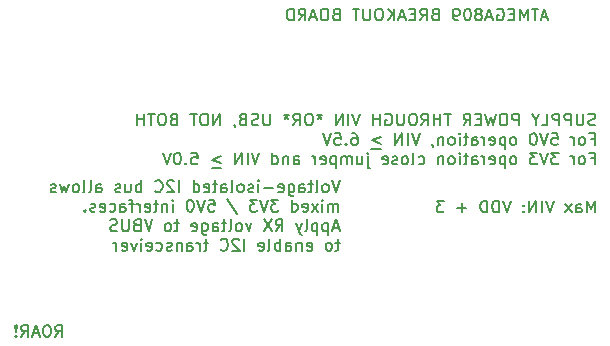
<source format=gbo>
%TF.GenerationSoftware,KiCad,Pcbnew,(5.1.12)-1*%
%TF.CreationDate,2022-04-21T18:08:35-07:00*%
%TF.ProjectId,ATMega809 Breakout,41544d65-6761-4383-9039-20427265616b,rev?*%
%TF.SameCoordinates,Original*%
%TF.FileFunction,Legend,Bot*%
%TF.FilePolarity,Positive*%
%FSLAX46Y46*%
G04 Gerber Fmt 4.6, Leading zero omitted, Abs format (unit mm)*
G04 Created by KiCad (PCBNEW (5.1.12)-1) date 2022-04-21 18:08:35*
%MOMM*%
%LPD*%
G01*
G04 APERTURE LIST*
%ADD10C,0.150000*%
%ADD11O,1.700000X1.700000*%
%ADD12R,1.700000X1.700000*%
%ADD13C,3.800000*%
G04 APERTURE END LIST*
D10*
X154096404Y-55189380D02*
X154096404Y-54189380D01*
X153763071Y-54903666D01*
X153429738Y-54189380D01*
X153429738Y-55189380D01*
X152524976Y-55189380D02*
X152524976Y-54665571D01*
X152572595Y-54570333D01*
X152667833Y-54522714D01*
X152858309Y-54522714D01*
X152953547Y-54570333D01*
X152524976Y-55141761D02*
X152620214Y-55189380D01*
X152858309Y-55189380D01*
X152953547Y-55141761D01*
X153001166Y-55046523D01*
X153001166Y-54951285D01*
X152953547Y-54856047D01*
X152858309Y-54808428D01*
X152620214Y-54808428D01*
X152524976Y-54760809D01*
X152144023Y-55189380D02*
X151620214Y-54522714D01*
X152144023Y-54522714D02*
X151620214Y-55189380D01*
X150620214Y-54189380D02*
X150286880Y-55189380D01*
X149953547Y-54189380D01*
X149620214Y-55189380D02*
X149620214Y-54189380D01*
X149144023Y-55189380D02*
X149144023Y-54189380D01*
X148572595Y-55189380D01*
X148572595Y-54189380D01*
X148096404Y-55094142D02*
X148048785Y-55141761D01*
X148096404Y-55189380D01*
X148144023Y-55141761D01*
X148096404Y-55094142D01*
X148096404Y-55189380D01*
X148096404Y-54570333D02*
X148048785Y-54617952D01*
X148096404Y-54665571D01*
X148144023Y-54617952D01*
X148096404Y-54570333D01*
X148096404Y-54665571D01*
X147001166Y-54189380D02*
X146667833Y-55189380D01*
X146334500Y-54189380D01*
X146001166Y-55189380D02*
X146001166Y-54189380D01*
X145763071Y-54189380D01*
X145620214Y-54237000D01*
X145524976Y-54332238D01*
X145477357Y-54427476D01*
X145429738Y-54617952D01*
X145429738Y-54760809D01*
X145477357Y-54951285D01*
X145524976Y-55046523D01*
X145620214Y-55141761D01*
X145763071Y-55189380D01*
X146001166Y-55189380D01*
X145001166Y-55189380D02*
X145001166Y-54189380D01*
X144763071Y-54189380D01*
X144620214Y-54237000D01*
X144524976Y-54332238D01*
X144477357Y-54427476D01*
X144429738Y-54617952D01*
X144429738Y-54760809D01*
X144477357Y-54951285D01*
X144524976Y-55046523D01*
X144620214Y-55141761D01*
X144763071Y-55189380D01*
X145001166Y-55189380D01*
X143239261Y-54808428D02*
X142477357Y-54808428D01*
X142858309Y-55189380D02*
X142858309Y-54427476D01*
X141334500Y-54189380D02*
X140715452Y-54189380D01*
X141048785Y-54570333D01*
X140905928Y-54570333D01*
X140810690Y-54617952D01*
X140763071Y-54665571D01*
X140715452Y-54760809D01*
X140715452Y-54998904D01*
X140763071Y-55094142D01*
X140810690Y-55141761D01*
X140905928Y-55189380D01*
X141191642Y-55189380D01*
X141286880Y-55141761D01*
X141334500Y-55094142D01*
X108441952Y-65730380D02*
X108775285Y-65254190D01*
X109013380Y-65730380D02*
X109013380Y-64730380D01*
X108632428Y-64730380D01*
X108537190Y-64778000D01*
X108489571Y-64825619D01*
X108441952Y-64920857D01*
X108441952Y-65063714D01*
X108489571Y-65158952D01*
X108537190Y-65206571D01*
X108632428Y-65254190D01*
X109013380Y-65254190D01*
X107822904Y-64730380D02*
X107632428Y-64730380D01*
X107537190Y-64778000D01*
X107441952Y-64873238D01*
X107394333Y-65063714D01*
X107394333Y-65397047D01*
X107441952Y-65587523D01*
X107537190Y-65682761D01*
X107632428Y-65730380D01*
X107822904Y-65730380D01*
X107918142Y-65682761D01*
X108013380Y-65587523D01*
X108061000Y-65397047D01*
X108061000Y-65063714D01*
X108013380Y-64873238D01*
X107918142Y-64778000D01*
X107822904Y-64730380D01*
X107013380Y-65444666D02*
X106537190Y-65444666D01*
X107108619Y-65730380D02*
X106775285Y-64730380D01*
X106441952Y-65730380D01*
X105537190Y-65730380D02*
X105870523Y-65254190D01*
X106108619Y-65730380D02*
X106108619Y-64730380D01*
X105727666Y-64730380D01*
X105632428Y-64778000D01*
X105584809Y-64825619D01*
X105537190Y-64920857D01*
X105537190Y-65063714D01*
X105584809Y-65158952D01*
X105632428Y-65206571D01*
X105727666Y-65254190D01*
X106108619Y-65254190D01*
X105108619Y-65635142D02*
X105061000Y-65682761D01*
X105108619Y-65730380D01*
X105156238Y-65682761D01*
X105108619Y-65635142D01*
X105108619Y-65730380D01*
X105108619Y-65349428D02*
X105156238Y-64778000D01*
X105108619Y-64730380D01*
X105061000Y-64778000D01*
X105108619Y-65349428D01*
X105108619Y-64730380D01*
X132522261Y-52476380D02*
X132188928Y-53476380D01*
X131855595Y-52476380D01*
X131379404Y-53476380D02*
X131474642Y-53428761D01*
X131522261Y-53381142D01*
X131569880Y-53285904D01*
X131569880Y-53000190D01*
X131522261Y-52904952D01*
X131474642Y-52857333D01*
X131379404Y-52809714D01*
X131236547Y-52809714D01*
X131141309Y-52857333D01*
X131093690Y-52904952D01*
X131046071Y-53000190D01*
X131046071Y-53285904D01*
X131093690Y-53381142D01*
X131141309Y-53428761D01*
X131236547Y-53476380D01*
X131379404Y-53476380D01*
X130474642Y-53476380D02*
X130569880Y-53428761D01*
X130617500Y-53333523D01*
X130617500Y-52476380D01*
X130236547Y-52809714D02*
X129855595Y-52809714D01*
X130093690Y-52476380D02*
X130093690Y-53333523D01*
X130046071Y-53428761D01*
X129950833Y-53476380D01*
X129855595Y-53476380D01*
X129093690Y-53476380D02*
X129093690Y-52952571D01*
X129141309Y-52857333D01*
X129236547Y-52809714D01*
X129427023Y-52809714D01*
X129522261Y-52857333D01*
X129093690Y-53428761D02*
X129188928Y-53476380D01*
X129427023Y-53476380D01*
X129522261Y-53428761D01*
X129569880Y-53333523D01*
X129569880Y-53238285D01*
X129522261Y-53143047D01*
X129427023Y-53095428D01*
X129188928Y-53095428D01*
X129093690Y-53047809D01*
X128188928Y-52809714D02*
X128188928Y-53619238D01*
X128236547Y-53714476D01*
X128284166Y-53762095D01*
X128379404Y-53809714D01*
X128522261Y-53809714D01*
X128617500Y-53762095D01*
X128188928Y-53428761D02*
X128284166Y-53476380D01*
X128474642Y-53476380D01*
X128569880Y-53428761D01*
X128617500Y-53381142D01*
X128665119Y-53285904D01*
X128665119Y-53000190D01*
X128617500Y-52904952D01*
X128569880Y-52857333D01*
X128474642Y-52809714D01*
X128284166Y-52809714D01*
X128188928Y-52857333D01*
X127331785Y-53428761D02*
X127427023Y-53476380D01*
X127617500Y-53476380D01*
X127712738Y-53428761D01*
X127760357Y-53333523D01*
X127760357Y-52952571D01*
X127712738Y-52857333D01*
X127617500Y-52809714D01*
X127427023Y-52809714D01*
X127331785Y-52857333D01*
X127284166Y-52952571D01*
X127284166Y-53047809D01*
X127760357Y-53143047D01*
X126855595Y-53095428D02*
X126093690Y-53095428D01*
X125617500Y-53476380D02*
X125617500Y-52809714D01*
X125617500Y-52476380D02*
X125665119Y-52524000D01*
X125617500Y-52571619D01*
X125569880Y-52524000D01*
X125617500Y-52476380D01*
X125617500Y-52571619D01*
X125188928Y-53428761D02*
X125093690Y-53476380D01*
X124903214Y-53476380D01*
X124807976Y-53428761D01*
X124760357Y-53333523D01*
X124760357Y-53285904D01*
X124807976Y-53190666D01*
X124903214Y-53143047D01*
X125046071Y-53143047D01*
X125141309Y-53095428D01*
X125188928Y-53000190D01*
X125188928Y-52952571D01*
X125141309Y-52857333D01*
X125046071Y-52809714D01*
X124903214Y-52809714D01*
X124807976Y-52857333D01*
X124188928Y-53476380D02*
X124284166Y-53428761D01*
X124331785Y-53381142D01*
X124379404Y-53285904D01*
X124379404Y-53000190D01*
X124331785Y-52904952D01*
X124284166Y-52857333D01*
X124188928Y-52809714D01*
X124046071Y-52809714D01*
X123950833Y-52857333D01*
X123903214Y-52904952D01*
X123855595Y-53000190D01*
X123855595Y-53285904D01*
X123903214Y-53381142D01*
X123950833Y-53428761D01*
X124046071Y-53476380D01*
X124188928Y-53476380D01*
X123284166Y-53476380D02*
X123379404Y-53428761D01*
X123427023Y-53333523D01*
X123427023Y-52476380D01*
X122474642Y-53476380D02*
X122474642Y-52952571D01*
X122522261Y-52857333D01*
X122617500Y-52809714D01*
X122807976Y-52809714D01*
X122903214Y-52857333D01*
X122474642Y-53428761D02*
X122569880Y-53476380D01*
X122807976Y-53476380D01*
X122903214Y-53428761D01*
X122950833Y-53333523D01*
X122950833Y-53238285D01*
X122903214Y-53143047D01*
X122807976Y-53095428D01*
X122569880Y-53095428D01*
X122474642Y-53047809D01*
X122141309Y-52809714D02*
X121760357Y-52809714D01*
X121998452Y-52476380D02*
X121998452Y-53333523D01*
X121950833Y-53428761D01*
X121855595Y-53476380D01*
X121760357Y-53476380D01*
X121046071Y-53428761D02*
X121141309Y-53476380D01*
X121331785Y-53476380D01*
X121427023Y-53428761D01*
X121474642Y-53333523D01*
X121474642Y-52952571D01*
X121427023Y-52857333D01*
X121331785Y-52809714D01*
X121141309Y-52809714D01*
X121046071Y-52857333D01*
X120998452Y-52952571D01*
X120998452Y-53047809D01*
X121474642Y-53143047D01*
X120141309Y-53476380D02*
X120141309Y-52476380D01*
X120141309Y-53428761D02*
X120236547Y-53476380D01*
X120427023Y-53476380D01*
X120522261Y-53428761D01*
X120569880Y-53381142D01*
X120617500Y-53285904D01*
X120617500Y-53000190D01*
X120569880Y-52904952D01*
X120522261Y-52857333D01*
X120427023Y-52809714D01*
X120236547Y-52809714D01*
X120141309Y-52857333D01*
X118903214Y-53476380D02*
X118903214Y-52476380D01*
X118474642Y-52571619D02*
X118427023Y-52524000D01*
X118331785Y-52476380D01*
X118093690Y-52476380D01*
X117998452Y-52524000D01*
X117950833Y-52571619D01*
X117903214Y-52666857D01*
X117903214Y-52762095D01*
X117950833Y-52904952D01*
X118522261Y-53476380D01*
X117903214Y-53476380D01*
X116903214Y-53381142D02*
X116950833Y-53428761D01*
X117093690Y-53476380D01*
X117188928Y-53476380D01*
X117331785Y-53428761D01*
X117427023Y-53333523D01*
X117474642Y-53238285D01*
X117522261Y-53047809D01*
X117522261Y-52904952D01*
X117474642Y-52714476D01*
X117427023Y-52619238D01*
X117331785Y-52524000D01*
X117188928Y-52476380D01*
X117093690Y-52476380D01*
X116950833Y-52524000D01*
X116903214Y-52571619D01*
X115712738Y-53476380D02*
X115712738Y-52476380D01*
X115712738Y-52857333D02*
X115617500Y-52809714D01*
X115427023Y-52809714D01*
X115331785Y-52857333D01*
X115284166Y-52904952D01*
X115236547Y-53000190D01*
X115236547Y-53285904D01*
X115284166Y-53381142D01*
X115331785Y-53428761D01*
X115427023Y-53476380D01*
X115617500Y-53476380D01*
X115712738Y-53428761D01*
X114379404Y-52809714D02*
X114379404Y-53476380D01*
X114807976Y-52809714D02*
X114807976Y-53333523D01*
X114760357Y-53428761D01*
X114665119Y-53476380D01*
X114522261Y-53476380D01*
X114427023Y-53428761D01*
X114379404Y-53381142D01*
X113950833Y-53428761D02*
X113855595Y-53476380D01*
X113665119Y-53476380D01*
X113569880Y-53428761D01*
X113522261Y-53333523D01*
X113522261Y-53285904D01*
X113569880Y-53190666D01*
X113665119Y-53143047D01*
X113807976Y-53143047D01*
X113903214Y-53095428D01*
X113950833Y-53000190D01*
X113950833Y-52952571D01*
X113903214Y-52857333D01*
X113807976Y-52809714D01*
X113665119Y-52809714D01*
X113569880Y-52857333D01*
X111903214Y-53476380D02*
X111903214Y-52952571D01*
X111950833Y-52857333D01*
X112046071Y-52809714D01*
X112236547Y-52809714D01*
X112331785Y-52857333D01*
X111903214Y-53428761D02*
X111998452Y-53476380D01*
X112236547Y-53476380D01*
X112331785Y-53428761D01*
X112379404Y-53333523D01*
X112379404Y-53238285D01*
X112331785Y-53143047D01*
X112236547Y-53095428D01*
X111998452Y-53095428D01*
X111903214Y-53047809D01*
X111284166Y-53476380D02*
X111379404Y-53428761D01*
X111427023Y-53333523D01*
X111427023Y-52476380D01*
X110760357Y-53476380D02*
X110855595Y-53428761D01*
X110903214Y-53333523D01*
X110903214Y-52476380D01*
X110236547Y-53476380D02*
X110331785Y-53428761D01*
X110379404Y-53381142D01*
X110427023Y-53285904D01*
X110427023Y-53000190D01*
X110379404Y-52904952D01*
X110331785Y-52857333D01*
X110236547Y-52809714D01*
X110093690Y-52809714D01*
X109998452Y-52857333D01*
X109950833Y-52904952D01*
X109903214Y-53000190D01*
X109903214Y-53285904D01*
X109950833Y-53381142D01*
X109998452Y-53428761D01*
X110093690Y-53476380D01*
X110236547Y-53476380D01*
X109569880Y-52809714D02*
X109379404Y-53476380D01*
X109188928Y-53000190D01*
X108998452Y-53476380D01*
X108807976Y-52809714D01*
X108474642Y-53428761D02*
X108379404Y-53476380D01*
X108188928Y-53476380D01*
X108093690Y-53428761D01*
X108046071Y-53333523D01*
X108046071Y-53285904D01*
X108093690Y-53190666D01*
X108188928Y-53143047D01*
X108331785Y-53143047D01*
X108427023Y-53095428D01*
X108474642Y-53000190D01*
X108474642Y-52952571D01*
X108427023Y-52857333D01*
X108331785Y-52809714D01*
X108188928Y-52809714D01*
X108093690Y-52857333D01*
X132379404Y-55126380D02*
X132379404Y-54459714D01*
X132379404Y-54554952D02*
X132331785Y-54507333D01*
X132236547Y-54459714D01*
X132093690Y-54459714D01*
X131998452Y-54507333D01*
X131950833Y-54602571D01*
X131950833Y-55126380D01*
X131950833Y-54602571D02*
X131903214Y-54507333D01*
X131807976Y-54459714D01*
X131665119Y-54459714D01*
X131569880Y-54507333D01*
X131522261Y-54602571D01*
X131522261Y-55126380D01*
X131046071Y-55126380D02*
X131046071Y-54459714D01*
X131046071Y-54126380D02*
X131093690Y-54174000D01*
X131046071Y-54221619D01*
X130998452Y-54174000D01*
X131046071Y-54126380D01*
X131046071Y-54221619D01*
X130665119Y-55126380D02*
X130141309Y-54459714D01*
X130665119Y-54459714D02*
X130141309Y-55126380D01*
X129379404Y-55078761D02*
X129474642Y-55126380D01*
X129665119Y-55126380D01*
X129760357Y-55078761D01*
X129807976Y-54983523D01*
X129807976Y-54602571D01*
X129760357Y-54507333D01*
X129665119Y-54459714D01*
X129474642Y-54459714D01*
X129379404Y-54507333D01*
X129331785Y-54602571D01*
X129331785Y-54697809D01*
X129807976Y-54793047D01*
X128474642Y-55126380D02*
X128474642Y-54126380D01*
X128474642Y-55078761D02*
X128569880Y-55126380D01*
X128760357Y-55126380D01*
X128855595Y-55078761D01*
X128903214Y-55031142D01*
X128950833Y-54935904D01*
X128950833Y-54650190D01*
X128903214Y-54554952D01*
X128855595Y-54507333D01*
X128760357Y-54459714D01*
X128569880Y-54459714D01*
X128474642Y-54507333D01*
X127331785Y-54126380D02*
X126712738Y-54126380D01*
X127046071Y-54507333D01*
X126903214Y-54507333D01*
X126807976Y-54554952D01*
X126760357Y-54602571D01*
X126712738Y-54697809D01*
X126712738Y-54935904D01*
X126760357Y-55031142D01*
X126807976Y-55078761D01*
X126903214Y-55126380D01*
X127188928Y-55126380D01*
X127284166Y-55078761D01*
X127331785Y-55031142D01*
X126427023Y-54126380D02*
X126093690Y-55126380D01*
X125760357Y-54126380D01*
X125522261Y-54126380D02*
X124903214Y-54126380D01*
X125236547Y-54507333D01*
X125093690Y-54507333D01*
X124998452Y-54554952D01*
X124950833Y-54602571D01*
X124903214Y-54697809D01*
X124903214Y-54935904D01*
X124950833Y-55031142D01*
X124998452Y-55078761D01*
X125093690Y-55126380D01*
X125379404Y-55126380D01*
X125474642Y-55078761D01*
X125522261Y-55031142D01*
X122998452Y-54078761D02*
X123855595Y-55364476D01*
X121427023Y-54126380D02*
X121903214Y-54126380D01*
X121950833Y-54602571D01*
X121903214Y-54554952D01*
X121807976Y-54507333D01*
X121569880Y-54507333D01*
X121474642Y-54554952D01*
X121427023Y-54602571D01*
X121379404Y-54697809D01*
X121379404Y-54935904D01*
X121427023Y-55031142D01*
X121474642Y-55078761D01*
X121569880Y-55126380D01*
X121807976Y-55126380D01*
X121903214Y-55078761D01*
X121950833Y-55031142D01*
X121093690Y-54126380D02*
X120760357Y-55126380D01*
X120427023Y-54126380D01*
X119903214Y-54126380D02*
X119807976Y-54126380D01*
X119712738Y-54174000D01*
X119665119Y-54221619D01*
X119617500Y-54316857D01*
X119569880Y-54507333D01*
X119569880Y-54745428D01*
X119617500Y-54935904D01*
X119665119Y-55031142D01*
X119712738Y-55078761D01*
X119807976Y-55126380D01*
X119903214Y-55126380D01*
X119998452Y-55078761D01*
X120046071Y-55031142D01*
X120093690Y-54935904D01*
X120141309Y-54745428D01*
X120141309Y-54507333D01*
X120093690Y-54316857D01*
X120046071Y-54221619D01*
X119998452Y-54174000D01*
X119903214Y-54126380D01*
X118379404Y-55126380D02*
X118379404Y-54459714D01*
X118379404Y-54126380D02*
X118427023Y-54174000D01*
X118379404Y-54221619D01*
X118331785Y-54174000D01*
X118379404Y-54126380D01*
X118379404Y-54221619D01*
X117903214Y-54459714D02*
X117903214Y-55126380D01*
X117903214Y-54554952D02*
X117855595Y-54507333D01*
X117760357Y-54459714D01*
X117617500Y-54459714D01*
X117522261Y-54507333D01*
X117474642Y-54602571D01*
X117474642Y-55126380D01*
X117141309Y-54459714D02*
X116760357Y-54459714D01*
X116998452Y-54126380D02*
X116998452Y-54983523D01*
X116950833Y-55078761D01*
X116855595Y-55126380D01*
X116760357Y-55126380D01*
X116046071Y-55078761D02*
X116141309Y-55126380D01*
X116331785Y-55126380D01*
X116427023Y-55078761D01*
X116474642Y-54983523D01*
X116474642Y-54602571D01*
X116427023Y-54507333D01*
X116331785Y-54459714D01*
X116141309Y-54459714D01*
X116046071Y-54507333D01*
X115998452Y-54602571D01*
X115998452Y-54697809D01*
X116474642Y-54793047D01*
X115569880Y-55126380D02*
X115569880Y-54459714D01*
X115569880Y-54650190D02*
X115522261Y-54554952D01*
X115474642Y-54507333D01*
X115379404Y-54459714D01*
X115284166Y-54459714D01*
X115093690Y-54459714D02*
X114712738Y-54459714D01*
X114950833Y-55126380D02*
X114950833Y-54269238D01*
X114903214Y-54174000D01*
X114807976Y-54126380D01*
X114712738Y-54126380D01*
X113950833Y-55126380D02*
X113950833Y-54602571D01*
X113998452Y-54507333D01*
X114093690Y-54459714D01*
X114284166Y-54459714D01*
X114379404Y-54507333D01*
X113950833Y-55078761D02*
X114046071Y-55126380D01*
X114284166Y-55126380D01*
X114379404Y-55078761D01*
X114427023Y-54983523D01*
X114427023Y-54888285D01*
X114379404Y-54793047D01*
X114284166Y-54745428D01*
X114046071Y-54745428D01*
X113950833Y-54697809D01*
X113046071Y-55078761D02*
X113141309Y-55126380D01*
X113331785Y-55126380D01*
X113427023Y-55078761D01*
X113474642Y-55031142D01*
X113522261Y-54935904D01*
X113522261Y-54650190D01*
X113474642Y-54554952D01*
X113427023Y-54507333D01*
X113331785Y-54459714D01*
X113141309Y-54459714D01*
X113046071Y-54507333D01*
X112236547Y-55078761D02*
X112331785Y-55126380D01*
X112522261Y-55126380D01*
X112617500Y-55078761D01*
X112665119Y-54983523D01*
X112665119Y-54602571D01*
X112617500Y-54507333D01*
X112522261Y-54459714D01*
X112331785Y-54459714D01*
X112236547Y-54507333D01*
X112188928Y-54602571D01*
X112188928Y-54697809D01*
X112665119Y-54793047D01*
X111807976Y-55078761D02*
X111712738Y-55126380D01*
X111522261Y-55126380D01*
X111427023Y-55078761D01*
X111379404Y-54983523D01*
X111379404Y-54935904D01*
X111427023Y-54840666D01*
X111522261Y-54793047D01*
X111665119Y-54793047D01*
X111760357Y-54745428D01*
X111807976Y-54650190D01*
X111807976Y-54602571D01*
X111760357Y-54507333D01*
X111665119Y-54459714D01*
X111522261Y-54459714D01*
X111427023Y-54507333D01*
X110950833Y-55031142D02*
X110903214Y-55078761D01*
X110950833Y-55126380D01*
X110998452Y-55078761D01*
X110950833Y-55031142D01*
X110950833Y-55126380D01*
X132427023Y-56490666D02*
X131950833Y-56490666D01*
X132522261Y-56776380D02*
X132188928Y-55776380D01*
X131855595Y-56776380D01*
X131522261Y-56109714D02*
X131522261Y-57109714D01*
X131522261Y-56157333D02*
X131427023Y-56109714D01*
X131236547Y-56109714D01*
X131141309Y-56157333D01*
X131093690Y-56204952D01*
X131046071Y-56300190D01*
X131046071Y-56585904D01*
X131093690Y-56681142D01*
X131141309Y-56728761D01*
X131236547Y-56776380D01*
X131427023Y-56776380D01*
X131522261Y-56728761D01*
X130617500Y-56109714D02*
X130617500Y-57109714D01*
X130617500Y-56157333D02*
X130522261Y-56109714D01*
X130331785Y-56109714D01*
X130236547Y-56157333D01*
X130188928Y-56204952D01*
X130141309Y-56300190D01*
X130141309Y-56585904D01*
X130188928Y-56681142D01*
X130236547Y-56728761D01*
X130331785Y-56776380D01*
X130522261Y-56776380D01*
X130617500Y-56728761D01*
X129569880Y-56776380D02*
X129665119Y-56728761D01*
X129712738Y-56633523D01*
X129712738Y-55776380D01*
X129284166Y-56109714D02*
X129046071Y-56776380D01*
X128807976Y-56109714D02*
X129046071Y-56776380D01*
X129141309Y-57014476D01*
X129188928Y-57062095D01*
X129284166Y-57109714D01*
X127093690Y-56776380D02*
X127427023Y-56300190D01*
X127665119Y-56776380D02*
X127665119Y-55776380D01*
X127284166Y-55776380D01*
X127188928Y-55824000D01*
X127141309Y-55871619D01*
X127093690Y-55966857D01*
X127093690Y-56109714D01*
X127141309Y-56204952D01*
X127188928Y-56252571D01*
X127284166Y-56300190D01*
X127665119Y-56300190D01*
X126760357Y-55776380D02*
X126093690Y-56776380D01*
X126093690Y-55776380D02*
X126760357Y-56776380D01*
X125046071Y-56109714D02*
X124807976Y-56776380D01*
X124569880Y-56109714D01*
X124046071Y-56776380D02*
X124141309Y-56728761D01*
X124188928Y-56681142D01*
X124236547Y-56585904D01*
X124236547Y-56300190D01*
X124188928Y-56204952D01*
X124141309Y-56157333D01*
X124046071Y-56109714D01*
X123903214Y-56109714D01*
X123807976Y-56157333D01*
X123760357Y-56204952D01*
X123712738Y-56300190D01*
X123712738Y-56585904D01*
X123760357Y-56681142D01*
X123807976Y-56728761D01*
X123903214Y-56776380D01*
X124046071Y-56776380D01*
X123141309Y-56776380D02*
X123236547Y-56728761D01*
X123284166Y-56633523D01*
X123284166Y-55776380D01*
X122903214Y-56109714D02*
X122522261Y-56109714D01*
X122760357Y-55776380D02*
X122760357Y-56633523D01*
X122712738Y-56728761D01*
X122617500Y-56776380D01*
X122522261Y-56776380D01*
X121760357Y-56776380D02*
X121760357Y-56252571D01*
X121807976Y-56157333D01*
X121903214Y-56109714D01*
X122093690Y-56109714D01*
X122188928Y-56157333D01*
X121760357Y-56728761D02*
X121855595Y-56776380D01*
X122093690Y-56776380D01*
X122188928Y-56728761D01*
X122236547Y-56633523D01*
X122236547Y-56538285D01*
X122188928Y-56443047D01*
X122093690Y-56395428D01*
X121855595Y-56395428D01*
X121760357Y-56347809D01*
X120855595Y-56109714D02*
X120855595Y-56919238D01*
X120903214Y-57014476D01*
X120950833Y-57062095D01*
X121046071Y-57109714D01*
X121188928Y-57109714D01*
X121284166Y-57062095D01*
X120855595Y-56728761D02*
X120950833Y-56776380D01*
X121141309Y-56776380D01*
X121236547Y-56728761D01*
X121284166Y-56681142D01*
X121331785Y-56585904D01*
X121331785Y-56300190D01*
X121284166Y-56204952D01*
X121236547Y-56157333D01*
X121141309Y-56109714D01*
X120950833Y-56109714D01*
X120855595Y-56157333D01*
X119998452Y-56728761D02*
X120093690Y-56776380D01*
X120284166Y-56776380D01*
X120379404Y-56728761D01*
X120427023Y-56633523D01*
X120427023Y-56252571D01*
X120379404Y-56157333D01*
X120284166Y-56109714D01*
X120093690Y-56109714D01*
X119998452Y-56157333D01*
X119950833Y-56252571D01*
X119950833Y-56347809D01*
X120427023Y-56443047D01*
X118903214Y-56109714D02*
X118522261Y-56109714D01*
X118760357Y-55776380D02*
X118760357Y-56633523D01*
X118712738Y-56728761D01*
X118617500Y-56776380D01*
X118522261Y-56776380D01*
X118046071Y-56776380D02*
X118141309Y-56728761D01*
X118188928Y-56681142D01*
X118236547Y-56585904D01*
X118236547Y-56300190D01*
X118188928Y-56204952D01*
X118141309Y-56157333D01*
X118046071Y-56109714D01*
X117903214Y-56109714D01*
X117807976Y-56157333D01*
X117760357Y-56204952D01*
X117712738Y-56300190D01*
X117712738Y-56585904D01*
X117760357Y-56681142D01*
X117807976Y-56728761D01*
X117903214Y-56776380D01*
X118046071Y-56776380D01*
X116665119Y-55776380D02*
X116331785Y-56776380D01*
X115998452Y-55776380D01*
X115331785Y-56252571D02*
X115188928Y-56300190D01*
X115141309Y-56347809D01*
X115093690Y-56443047D01*
X115093690Y-56585904D01*
X115141309Y-56681142D01*
X115188928Y-56728761D01*
X115284166Y-56776380D01*
X115665119Y-56776380D01*
X115665119Y-55776380D01*
X115331785Y-55776380D01*
X115236547Y-55824000D01*
X115188928Y-55871619D01*
X115141309Y-55966857D01*
X115141309Y-56062095D01*
X115188928Y-56157333D01*
X115236547Y-56204952D01*
X115331785Y-56252571D01*
X115665119Y-56252571D01*
X114665119Y-55776380D02*
X114665119Y-56585904D01*
X114617500Y-56681142D01*
X114569880Y-56728761D01*
X114474642Y-56776380D01*
X114284166Y-56776380D01*
X114188928Y-56728761D01*
X114141309Y-56681142D01*
X114093690Y-56585904D01*
X114093690Y-55776380D01*
X113665119Y-56728761D02*
X113522261Y-56776380D01*
X113284166Y-56776380D01*
X113188928Y-56728761D01*
X113141309Y-56681142D01*
X113093690Y-56585904D01*
X113093690Y-56490666D01*
X113141309Y-56395428D01*
X113188928Y-56347809D01*
X113284166Y-56300190D01*
X113474642Y-56252571D01*
X113569880Y-56204952D01*
X113617500Y-56157333D01*
X113665119Y-56062095D01*
X113665119Y-55966857D01*
X113617500Y-55871619D01*
X113569880Y-55824000D01*
X113474642Y-55776380D01*
X113236547Y-55776380D01*
X113093690Y-55824000D01*
X132522261Y-57759714D02*
X132141309Y-57759714D01*
X132379404Y-57426380D02*
X132379404Y-58283523D01*
X132331785Y-58378761D01*
X132236547Y-58426380D01*
X132141309Y-58426380D01*
X131665119Y-58426380D02*
X131760357Y-58378761D01*
X131807976Y-58331142D01*
X131855595Y-58235904D01*
X131855595Y-57950190D01*
X131807976Y-57854952D01*
X131760357Y-57807333D01*
X131665119Y-57759714D01*
X131522261Y-57759714D01*
X131427023Y-57807333D01*
X131379404Y-57854952D01*
X131331785Y-57950190D01*
X131331785Y-58235904D01*
X131379404Y-58331142D01*
X131427023Y-58378761D01*
X131522261Y-58426380D01*
X131665119Y-58426380D01*
X129760357Y-58378761D02*
X129855595Y-58426380D01*
X130046071Y-58426380D01*
X130141309Y-58378761D01*
X130188928Y-58283523D01*
X130188928Y-57902571D01*
X130141309Y-57807333D01*
X130046071Y-57759714D01*
X129855595Y-57759714D01*
X129760357Y-57807333D01*
X129712738Y-57902571D01*
X129712738Y-57997809D01*
X130188928Y-58093047D01*
X129284166Y-57759714D02*
X129284166Y-58426380D01*
X129284166Y-57854952D02*
X129236547Y-57807333D01*
X129141309Y-57759714D01*
X128998452Y-57759714D01*
X128903214Y-57807333D01*
X128855595Y-57902571D01*
X128855595Y-58426380D01*
X127950833Y-58426380D02*
X127950833Y-57902571D01*
X127998452Y-57807333D01*
X128093690Y-57759714D01*
X128284166Y-57759714D01*
X128379404Y-57807333D01*
X127950833Y-58378761D02*
X128046071Y-58426380D01*
X128284166Y-58426380D01*
X128379404Y-58378761D01*
X128427023Y-58283523D01*
X128427023Y-58188285D01*
X128379404Y-58093047D01*
X128284166Y-58045428D01*
X128046071Y-58045428D01*
X127950833Y-57997809D01*
X127474642Y-58426380D02*
X127474642Y-57426380D01*
X127474642Y-57807333D02*
X127379404Y-57759714D01*
X127188928Y-57759714D01*
X127093690Y-57807333D01*
X127046071Y-57854952D01*
X126998452Y-57950190D01*
X126998452Y-58235904D01*
X127046071Y-58331142D01*
X127093690Y-58378761D01*
X127188928Y-58426380D01*
X127379404Y-58426380D01*
X127474642Y-58378761D01*
X126427023Y-58426380D02*
X126522261Y-58378761D01*
X126569880Y-58283523D01*
X126569880Y-57426380D01*
X125665119Y-58378761D02*
X125760357Y-58426380D01*
X125950833Y-58426380D01*
X126046071Y-58378761D01*
X126093690Y-58283523D01*
X126093690Y-57902571D01*
X126046071Y-57807333D01*
X125950833Y-57759714D01*
X125760357Y-57759714D01*
X125665119Y-57807333D01*
X125617500Y-57902571D01*
X125617500Y-57997809D01*
X126093690Y-58093047D01*
X124427023Y-58426380D02*
X124427023Y-57426380D01*
X123998452Y-57521619D02*
X123950833Y-57474000D01*
X123855595Y-57426380D01*
X123617500Y-57426380D01*
X123522261Y-57474000D01*
X123474642Y-57521619D01*
X123427023Y-57616857D01*
X123427023Y-57712095D01*
X123474642Y-57854952D01*
X124046071Y-58426380D01*
X123427023Y-58426380D01*
X122427023Y-58331142D02*
X122474642Y-58378761D01*
X122617500Y-58426380D01*
X122712738Y-58426380D01*
X122855595Y-58378761D01*
X122950833Y-58283523D01*
X122998452Y-58188285D01*
X123046071Y-57997809D01*
X123046071Y-57854952D01*
X122998452Y-57664476D01*
X122950833Y-57569238D01*
X122855595Y-57474000D01*
X122712738Y-57426380D01*
X122617500Y-57426380D01*
X122474642Y-57474000D01*
X122427023Y-57521619D01*
X121379404Y-57759714D02*
X120998452Y-57759714D01*
X121236547Y-57426380D02*
X121236547Y-58283523D01*
X121188928Y-58378761D01*
X121093690Y-58426380D01*
X120998452Y-58426380D01*
X120665119Y-58426380D02*
X120665119Y-57759714D01*
X120665119Y-57950190D02*
X120617500Y-57854952D01*
X120569880Y-57807333D01*
X120474642Y-57759714D01*
X120379404Y-57759714D01*
X119617500Y-58426380D02*
X119617500Y-57902571D01*
X119665119Y-57807333D01*
X119760357Y-57759714D01*
X119950833Y-57759714D01*
X120046071Y-57807333D01*
X119617500Y-58378761D02*
X119712738Y-58426380D01*
X119950833Y-58426380D01*
X120046071Y-58378761D01*
X120093690Y-58283523D01*
X120093690Y-58188285D01*
X120046071Y-58093047D01*
X119950833Y-58045428D01*
X119712738Y-58045428D01*
X119617500Y-57997809D01*
X119141309Y-57759714D02*
X119141309Y-58426380D01*
X119141309Y-57854952D02*
X119093690Y-57807333D01*
X118998452Y-57759714D01*
X118855595Y-57759714D01*
X118760357Y-57807333D01*
X118712738Y-57902571D01*
X118712738Y-58426380D01*
X118284166Y-58378761D02*
X118188928Y-58426380D01*
X117998452Y-58426380D01*
X117903214Y-58378761D01*
X117855595Y-58283523D01*
X117855595Y-58235904D01*
X117903214Y-58140666D01*
X117998452Y-58093047D01*
X118141309Y-58093047D01*
X118236547Y-58045428D01*
X118284166Y-57950190D01*
X118284166Y-57902571D01*
X118236547Y-57807333D01*
X118141309Y-57759714D01*
X117998452Y-57759714D01*
X117903214Y-57807333D01*
X116998452Y-58378761D02*
X117093690Y-58426380D01*
X117284166Y-58426380D01*
X117379404Y-58378761D01*
X117427023Y-58331142D01*
X117474642Y-58235904D01*
X117474642Y-57950190D01*
X117427023Y-57854952D01*
X117379404Y-57807333D01*
X117284166Y-57759714D01*
X117093690Y-57759714D01*
X116998452Y-57807333D01*
X116188928Y-58378761D02*
X116284166Y-58426380D01*
X116474642Y-58426380D01*
X116569880Y-58378761D01*
X116617500Y-58283523D01*
X116617500Y-57902571D01*
X116569880Y-57807333D01*
X116474642Y-57759714D01*
X116284166Y-57759714D01*
X116188928Y-57807333D01*
X116141309Y-57902571D01*
X116141309Y-57997809D01*
X116617500Y-58093047D01*
X115712738Y-58426380D02*
X115712738Y-57759714D01*
X115712738Y-57426380D02*
X115760357Y-57474000D01*
X115712738Y-57521619D01*
X115665119Y-57474000D01*
X115712738Y-57426380D01*
X115712738Y-57521619D01*
X115331785Y-57759714D02*
X115093690Y-58426380D01*
X114855595Y-57759714D01*
X114093690Y-58378761D02*
X114188928Y-58426380D01*
X114379404Y-58426380D01*
X114474642Y-58378761D01*
X114522261Y-58283523D01*
X114522261Y-57902571D01*
X114474642Y-57807333D01*
X114379404Y-57759714D01*
X114188928Y-57759714D01*
X114093690Y-57807333D01*
X114046071Y-57902571D01*
X114046071Y-57997809D01*
X114522261Y-58093047D01*
X113617500Y-58426380D02*
X113617500Y-57759714D01*
X113617500Y-57950190D02*
X113569880Y-57854952D01*
X113522261Y-57807333D01*
X113427023Y-57759714D01*
X113331785Y-57759714D01*
X150088809Y-38647666D02*
X149612619Y-38647666D01*
X150184047Y-38933380D02*
X149850714Y-37933380D01*
X149517380Y-38933380D01*
X149326904Y-37933380D02*
X148755476Y-37933380D01*
X149041190Y-38933380D02*
X149041190Y-37933380D01*
X148422142Y-38933380D02*
X148422142Y-37933380D01*
X148088809Y-38647666D01*
X147755476Y-37933380D01*
X147755476Y-38933380D01*
X147279285Y-38409571D02*
X146945952Y-38409571D01*
X146803095Y-38933380D02*
X147279285Y-38933380D01*
X147279285Y-37933380D01*
X146803095Y-37933380D01*
X145850714Y-37981000D02*
X145945952Y-37933380D01*
X146088809Y-37933380D01*
X146231666Y-37981000D01*
X146326904Y-38076238D01*
X146374523Y-38171476D01*
X146422142Y-38361952D01*
X146422142Y-38504809D01*
X146374523Y-38695285D01*
X146326904Y-38790523D01*
X146231666Y-38885761D01*
X146088809Y-38933380D01*
X145993571Y-38933380D01*
X145850714Y-38885761D01*
X145803095Y-38838142D01*
X145803095Y-38504809D01*
X145993571Y-38504809D01*
X145422142Y-38647666D02*
X144945952Y-38647666D01*
X145517380Y-38933380D02*
X145184047Y-37933380D01*
X144850714Y-38933380D01*
X144374523Y-38361952D02*
X144469761Y-38314333D01*
X144517380Y-38266714D01*
X144565000Y-38171476D01*
X144565000Y-38123857D01*
X144517380Y-38028619D01*
X144469761Y-37981000D01*
X144374523Y-37933380D01*
X144184047Y-37933380D01*
X144088809Y-37981000D01*
X144041190Y-38028619D01*
X143993571Y-38123857D01*
X143993571Y-38171476D01*
X144041190Y-38266714D01*
X144088809Y-38314333D01*
X144184047Y-38361952D01*
X144374523Y-38361952D01*
X144469761Y-38409571D01*
X144517380Y-38457190D01*
X144565000Y-38552428D01*
X144565000Y-38742904D01*
X144517380Y-38838142D01*
X144469761Y-38885761D01*
X144374523Y-38933380D01*
X144184047Y-38933380D01*
X144088809Y-38885761D01*
X144041190Y-38838142D01*
X143993571Y-38742904D01*
X143993571Y-38552428D01*
X144041190Y-38457190D01*
X144088809Y-38409571D01*
X144184047Y-38361952D01*
X143374523Y-37933380D02*
X143279285Y-37933380D01*
X143184047Y-37981000D01*
X143136428Y-38028619D01*
X143088809Y-38123857D01*
X143041190Y-38314333D01*
X143041190Y-38552428D01*
X143088809Y-38742904D01*
X143136428Y-38838142D01*
X143184047Y-38885761D01*
X143279285Y-38933380D01*
X143374523Y-38933380D01*
X143469761Y-38885761D01*
X143517380Y-38838142D01*
X143565000Y-38742904D01*
X143612619Y-38552428D01*
X143612619Y-38314333D01*
X143565000Y-38123857D01*
X143517380Y-38028619D01*
X143469761Y-37981000D01*
X143374523Y-37933380D01*
X142565000Y-38933380D02*
X142374523Y-38933380D01*
X142279285Y-38885761D01*
X142231666Y-38838142D01*
X142136428Y-38695285D01*
X142088809Y-38504809D01*
X142088809Y-38123857D01*
X142136428Y-38028619D01*
X142184047Y-37981000D01*
X142279285Y-37933380D01*
X142469761Y-37933380D01*
X142565000Y-37981000D01*
X142612619Y-38028619D01*
X142660238Y-38123857D01*
X142660238Y-38361952D01*
X142612619Y-38457190D01*
X142565000Y-38504809D01*
X142469761Y-38552428D01*
X142279285Y-38552428D01*
X142184047Y-38504809D01*
X142136428Y-38457190D01*
X142088809Y-38361952D01*
X140565000Y-38409571D02*
X140422142Y-38457190D01*
X140374523Y-38504809D01*
X140326904Y-38600047D01*
X140326904Y-38742904D01*
X140374523Y-38838142D01*
X140422142Y-38885761D01*
X140517380Y-38933380D01*
X140898333Y-38933380D01*
X140898333Y-37933380D01*
X140565000Y-37933380D01*
X140469761Y-37981000D01*
X140422142Y-38028619D01*
X140374523Y-38123857D01*
X140374523Y-38219095D01*
X140422142Y-38314333D01*
X140469761Y-38361952D01*
X140565000Y-38409571D01*
X140898333Y-38409571D01*
X139326904Y-38933380D02*
X139660238Y-38457190D01*
X139898333Y-38933380D02*
X139898333Y-37933380D01*
X139517380Y-37933380D01*
X139422142Y-37981000D01*
X139374523Y-38028619D01*
X139326904Y-38123857D01*
X139326904Y-38266714D01*
X139374523Y-38361952D01*
X139422142Y-38409571D01*
X139517380Y-38457190D01*
X139898333Y-38457190D01*
X138898333Y-38409571D02*
X138565000Y-38409571D01*
X138422142Y-38933380D02*
X138898333Y-38933380D01*
X138898333Y-37933380D01*
X138422142Y-37933380D01*
X138041190Y-38647666D02*
X137565000Y-38647666D01*
X138136428Y-38933380D02*
X137803095Y-37933380D01*
X137469761Y-38933380D01*
X137136428Y-38933380D02*
X137136428Y-37933380D01*
X136565000Y-38933380D02*
X136993571Y-38361952D01*
X136565000Y-37933380D02*
X137136428Y-38504809D01*
X135945952Y-37933380D02*
X135755476Y-37933380D01*
X135660238Y-37981000D01*
X135565000Y-38076238D01*
X135517380Y-38266714D01*
X135517380Y-38600047D01*
X135565000Y-38790523D01*
X135660238Y-38885761D01*
X135755476Y-38933380D01*
X135945952Y-38933380D01*
X136041190Y-38885761D01*
X136136428Y-38790523D01*
X136184047Y-38600047D01*
X136184047Y-38266714D01*
X136136428Y-38076238D01*
X136041190Y-37981000D01*
X135945952Y-37933380D01*
X135088809Y-37933380D02*
X135088809Y-38742904D01*
X135041190Y-38838142D01*
X134993571Y-38885761D01*
X134898333Y-38933380D01*
X134707857Y-38933380D01*
X134612619Y-38885761D01*
X134565000Y-38838142D01*
X134517380Y-38742904D01*
X134517380Y-37933380D01*
X134184047Y-37933380D02*
X133612619Y-37933380D01*
X133898333Y-38933380D02*
X133898333Y-37933380D01*
X132184047Y-38409571D02*
X132041190Y-38457190D01*
X131993571Y-38504809D01*
X131945952Y-38600047D01*
X131945952Y-38742904D01*
X131993571Y-38838142D01*
X132041190Y-38885761D01*
X132136428Y-38933380D01*
X132517380Y-38933380D01*
X132517380Y-37933380D01*
X132184047Y-37933380D01*
X132088809Y-37981000D01*
X132041190Y-38028619D01*
X131993571Y-38123857D01*
X131993571Y-38219095D01*
X132041190Y-38314333D01*
X132088809Y-38361952D01*
X132184047Y-38409571D01*
X132517380Y-38409571D01*
X131326904Y-37933380D02*
X131136428Y-37933380D01*
X131041190Y-37981000D01*
X130945952Y-38076238D01*
X130898333Y-38266714D01*
X130898333Y-38600047D01*
X130945952Y-38790523D01*
X131041190Y-38885761D01*
X131136428Y-38933380D01*
X131326904Y-38933380D01*
X131422142Y-38885761D01*
X131517380Y-38790523D01*
X131565000Y-38600047D01*
X131565000Y-38266714D01*
X131517380Y-38076238D01*
X131422142Y-37981000D01*
X131326904Y-37933380D01*
X130517380Y-38647666D02*
X130041190Y-38647666D01*
X130612619Y-38933380D02*
X130279285Y-37933380D01*
X129945952Y-38933380D01*
X129041190Y-38933380D02*
X129374523Y-38457190D01*
X129612619Y-38933380D02*
X129612619Y-37933380D01*
X129231666Y-37933380D01*
X129136428Y-37981000D01*
X129088809Y-38028619D01*
X129041190Y-38123857D01*
X129041190Y-38266714D01*
X129088809Y-38361952D01*
X129136428Y-38409571D01*
X129231666Y-38457190D01*
X129612619Y-38457190D01*
X128612619Y-38933380D02*
X128612619Y-37933380D01*
X128374523Y-37933380D01*
X128231666Y-37981000D01*
X128136428Y-38076238D01*
X128088809Y-38171476D01*
X128041190Y-38361952D01*
X128041190Y-38504809D01*
X128088809Y-38695285D01*
X128136428Y-38790523D01*
X128231666Y-38885761D01*
X128374523Y-38933380D01*
X128612619Y-38933380D01*
X122428000Y-51435000D02*
X121666000Y-51435000D01*
X136017000Y-49784000D02*
X135128000Y-49784000D01*
X154144023Y-47776761D02*
X154001166Y-47824380D01*
X153763071Y-47824380D01*
X153667833Y-47776761D01*
X153620214Y-47729142D01*
X153572595Y-47633904D01*
X153572595Y-47538666D01*
X153620214Y-47443428D01*
X153667833Y-47395809D01*
X153763071Y-47348190D01*
X153953547Y-47300571D01*
X154048785Y-47252952D01*
X154096404Y-47205333D01*
X154144023Y-47110095D01*
X154144023Y-47014857D01*
X154096404Y-46919619D01*
X154048785Y-46872000D01*
X153953547Y-46824380D01*
X153715452Y-46824380D01*
X153572595Y-46872000D01*
X153144023Y-46824380D02*
X153144023Y-47633904D01*
X153096404Y-47729142D01*
X153048785Y-47776761D01*
X152953547Y-47824380D01*
X152763071Y-47824380D01*
X152667833Y-47776761D01*
X152620214Y-47729142D01*
X152572595Y-47633904D01*
X152572595Y-46824380D01*
X152096404Y-47824380D02*
X152096404Y-46824380D01*
X151715452Y-46824380D01*
X151620214Y-46872000D01*
X151572595Y-46919619D01*
X151524976Y-47014857D01*
X151524976Y-47157714D01*
X151572595Y-47252952D01*
X151620214Y-47300571D01*
X151715452Y-47348190D01*
X152096404Y-47348190D01*
X151096404Y-47824380D02*
X151096404Y-46824380D01*
X150715452Y-46824380D01*
X150620214Y-46872000D01*
X150572595Y-46919619D01*
X150524976Y-47014857D01*
X150524976Y-47157714D01*
X150572595Y-47252952D01*
X150620214Y-47300571D01*
X150715452Y-47348190D01*
X151096404Y-47348190D01*
X149620214Y-47824380D02*
X150096404Y-47824380D01*
X150096404Y-46824380D01*
X149096404Y-47348190D02*
X149096404Y-47824380D01*
X149429738Y-46824380D02*
X149096404Y-47348190D01*
X148763071Y-46824380D01*
X147667833Y-47824380D02*
X147667833Y-46824380D01*
X147286880Y-46824380D01*
X147191642Y-46872000D01*
X147144023Y-46919619D01*
X147096404Y-47014857D01*
X147096404Y-47157714D01*
X147144023Y-47252952D01*
X147191642Y-47300571D01*
X147286880Y-47348190D01*
X147667833Y-47348190D01*
X146477357Y-46824380D02*
X146286880Y-46824380D01*
X146191642Y-46872000D01*
X146096404Y-46967238D01*
X146048785Y-47157714D01*
X146048785Y-47491047D01*
X146096404Y-47681523D01*
X146191642Y-47776761D01*
X146286880Y-47824380D01*
X146477357Y-47824380D01*
X146572595Y-47776761D01*
X146667833Y-47681523D01*
X146715452Y-47491047D01*
X146715452Y-47157714D01*
X146667833Y-46967238D01*
X146572595Y-46872000D01*
X146477357Y-46824380D01*
X145715452Y-46824380D02*
X145477357Y-47824380D01*
X145286880Y-47110095D01*
X145096404Y-47824380D01*
X144858309Y-46824380D01*
X144477357Y-47300571D02*
X144144023Y-47300571D01*
X144001166Y-47824380D02*
X144477357Y-47824380D01*
X144477357Y-46824380D01*
X144001166Y-46824380D01*
X143001166Y-47824380D02*
X143334500Y-47348190D01*
X143572595Y-47824380D02*
X143572595Y-46824380D01*
X143191642Y-46824380D01*
X143096404Y-46872000D01*
X143048785Y-46919619D01*
X143001166Y-47014857D01*
X143001166Y-47157714D01*
X143048785Y-47252952D01*
X143096404Y-47300571D01*
X143191642Y-47348190D01*
X143572595Y-47348190D01*
X141953547Y-46824380D02*
X141382119Y-46824380D01*
X141667833Y-47824380D02*
X141667833Y-46824380D01*
X141048785Y-47824380D02*
X141048785Y-46824380D01*
X141048785Y-47300571D02*
X140477357Y-47300571D01*
X140477357Y-47824380D02*
X140477357Y-46824380D01*
X139429738Y-47824380D02*
X139763071Y-47348190D01*
X140001166Y-47824380D02*
X140001166Y-46824380D01*
X139620214Y-46824380D01*
X139524976Y-46872000D01*
X139477357Y-46919619D01*
X139429738Y-47014857D01*
X139429738Y-47157714D01*
X139477357Y-47252952D01*
X139524976Y-47300571D01*
X139620214Y-47348190D01*
X140001166Y-47348190D01*
X138810690Y-46824380D02*
X138620214Y-46824380D01*
X138524976Y-46872000D01*
X138429738Y-46967238D01*
X138382119Y-47157714D01*
X138382119Y-47491047D01*
X138429738Y-47681523D01*
X138524976Y-47776761D01*
X138620214Y-47824380D01*
X138810690Y-47824380D01*
X138905928Y-47776761D01*
X139001166Y-47681523D01*
X139048785Y-47491047D01*
X139048785Y-47157714D01*
X139001166Y-46967238D01*
X138905928Y-46872000D01*
X138810690Y-46824380D01*
X137953547Y-46824380D02*
X137953547Y-47633904D01*
X137905928Y-47729142D01*
X137858309Y-47776761D01*
X137763071Y-47824380D01*
X137572595Y-47824380D01*
X137477357Y-47776761D01*
X137429738Y-47729142D01*
X137382119Y-47633904D01*
X137382119Y-46824380D01*
X136382119Y-46872000D02*
X136477357Y-46824380D01*
X136620214Y-46824380D01*
X136763071Y-46872000D01*
X136858309Y-46967238D01*
X136905928Y-47062476D01*
X136953547Y-47252952D01*
X136953547Y-47395809D01*
X136905928Y-47586285D01*
X136858309Y-47681523D01*
X136763071Y-47776761D01*
X136620214Y-47824380D01*
X136524976Y-47824380D01*
X136382119Y-47776761D01*
X136334500Y-47729142D01*
X136334500Y-47395809D01*
X136524976Y-47395809D01*
X135905928Y-47824380D02*
X135905928Y-46824380D01*
X135905928Y-47300571D02*
X135334500Y-47300571D01*
X135334500Y-47824380D02*
X135334500Y-46824380D01*
X134239261Y-46824380D02*
X133905928Y-47824380D01*
X133572595Y-46824380D01*
X133239261Y-47824380D02*
X133239261Y-46824380D01*
X132763071Y-47824380D02*
X132763071Y-46824380D01*
X132191642Y-47824380D01*
X132191642Y-46824380D01*
X130810690Y-46824380D02*
X130810690Y-47062476D01*
X131048785Y-46967238D02*
X130810690Y-47062476D01*
X130572595Y-46967238D01*
X130953547Y-47252952D02*
X130810690Y-47062476D01*
X130667833Y-47252952D01*
X130001166Y-46824380D02*
X129810690Y-46824380D01*
X129715452Y-46872000D01*
X129620214Y-46967238D01*
X129572595Y-47157714D01*
X129572595Y-47491047D01*
X129620214Y-47681523D01*
X129715452Y-47776761D01*
X129810690Y-47824380D01*
X130001166Y-47824380D01*
X130096404Y-47776761D01*
X130191642Y-47681523D01*
X130239261Y-47491047D01*
X130239261Y-47157714D01*
X130191642Y-46967238D01*
X130096404Y-46872000D01*
X130001166Y-46824380D01*
X128572595Y-47824380D02*
X128905928Y-47348190D01*
X129144023Y-47824380D02*
X129144023Y-46824380D01*
X128763071Y-46824380D01*
X128667833Y-46872000D01*
X128620214Y-46919619D01*
X128572595Y-47014857D01*
X128572595Y-47157714D01*
X128620214Y-47252952D01*
X128667833Y-47300571D01*
X128763071Y-47348190D01*
X129144023Y-47348190D01*
X128001166Y-46824380D02*
X128001166Y-47062476D01*
X128239261Y-46967238D02*
X128001166Y-47062476D01*
X127763071Y-46967238D01*
X128144023Y-47252952D02*
X128001166Y-47062476D01*
X127858309Y-47252952D01*
X126620214Y-46824380D02*
X126620214Y-47633904D01*
X126572595Y-47729142D01*
X126524976Y-47776761D01*
X126429738Y-47824380D01*
X126239261Y-47824380D01*
X126144023Y-47776761D01*
X126096404Y-47729142D01*
X126048785Y-47633904D01*
X126048785Y-46824380D01*
X125620214Y-47776761D02*
X125477357Y-47824380D01*
X125239261Y-47824380D01*
X125144023Y-47776761D01*
X125096404Y-47729142D01*
X125048785Y-47633904D01*
X125048785Y-47538666D01*
X125096404Y-47443428D01*
X125144023Y-47395809D01*
X125239261Y-47348190D01*
X125429738Y-47300571D01*
X125524976Y-47252952D01*
X125572595Y-47205333D01*
X125620214Y-47110095D01*
X125620214Y-47014857D01*
X125572595Y-46919619D01*
X125524976Y-46872000D01*
X125429738Y-46824380D01*
X125191642Y-46824380D01*
X125048785Y-46872000D01*
X124286880Y-47300571D02*
X124144023Y-47348190D01*
X124096404Y-47395809D01*
X124048785Y-47491047D01*
X124048785Y-47633904D01*
X124096404Y-47729142D01*
X124144023Y-47776761D01*
X124239261Y-47824380D01*
X124620214Y-47824380D01*
X124620214Y-46824380D01*
X124286880Y-46824380D01*
X124191642Y-46872000D01*
X124144023Y-46919619D01*
X124096404Y-47014857D01*
X124096404Y-47110095D01*
X124144023Y-47205333D01*
X124191642Y-47252952D01*
X124286880Y-47300571D01*
X124620214Y-47300571D01*
X123572595Y-47776761D02*
X123572595Y-47824380D01*
X123620214Y-47919619D01*
X123667833Y-47967238D01*
X122382119Y-47824380D02*
X122382119Y-46824380D01*
X121810690Y-47824380D01*
X121810690Y-46824380D01*
X121144023Y-46824380D02*
X120953547Y-46824380D01*
X120858309Y-46872000D01*
X120763071Y-46967238D01*
X120715452Y-47157714D01*
X120715452Y-47491047D01*
X120763071Y-47681523D01*
X120858309Y-47776761D01*
X120953547Y-47824380D01*
X121144023Y-47824380D01*
X121239261Y-47776761D01*
X121334500Y-47681523D01*
X121382119Y-47491047D01*
X121382119Y-47157714D01*
X121334500Y-46967238D01*
X121239261Y-46872000D01*
X121144023Y-46824380D01*
X120429738Y-46824380D02*
X119858309Y-46824380D01*
X120144023Y-47824380D02*
X120144023Y-46824380D01*
X118429738Y-47300571D02*
X118286880Y-47348190D01*
X118239261Y-47395809D01*
X118191642Y-47491047D01*
X118191642Y-47633904D01*
X118239261Y-47729142D01*
X118286880Y-47776761D01*
X118382119Y-47824380D01*
X118763071Y-47824380D01*
X118763071Y-46824380D01*
X118429738Y-46824380D01*
X118334500Y-46872000D01*
X118286880Y-46919619D01*
X118239261Y-47014857D01*
X118239261Y-47110095D01*
X118286880Y-47205333D01*
X118334500Y-47252952D01*
X118429738Y-47300571D01*
X118763071Y-47300571D01*
X117572595Y-46824380D02*
X117382119Y-46824380D01*
X117286880Y-46872000D01*
X117191642Y-46967238D01*
X117144023Y-47157714D01*
X117144023Y-47491047D01*
X117191642Y-47681523D01*
X117286880Y-47776761D01*
X117382119Y-47824380D01*
X117572595Y-47824380D01*
X117667833Y-47776761D01*
X117763071Y-47681523D01*
X117810690Y-47491047D01*
X117810690Y-47157714D01*
X117763071Y-46967238D01*
X117667833Y-46872000D01*
X117572595Y-46824380D01*
X116858309Y-46824380D02*
X116286880Y-46824380D01*
X116572595Y-47824380D02*
X116572595Y-46824380D01*
X115953547Y-47824380D02*
X115953547Y-46824380D01*
X115953547Y-47300571D02*
X115382119Y-47300571D01*
X115382119Y-47824380D02*
X115382119Y-46824380D01*
X153763071Y-48950571D02*
X154096404Y-48950571D01*
X154096404Y-49474380D02*
X154096404Y-48474380D01*
X153620214Y-48474380D01*
X153096404Y-49474380D02*
X153191642Y-49426761D01*
X153239261Y-49379142D01*
X153286880Y-49283904D01*
X153286880Y-48998190D01*
X153239261Y-48902952D01*
X153191642Y-48855333D01*
X153096404Y-48807714D01*
X152953547Y-48807714D01*
X152858309Y-48855333D01*
X152810690Y-48902952D01*
X152763071Y-48998190D01*
X152763071Y-49283904D01*
X152810690Y-49379142D01*
X152858309Y-49426761D01*
X152953547Y-49474380D01*
X153096404Y-49474380D01*
X152334500Y-49474380D02*
X152334500Y-48807714D01*
X152334500Y-48998190D02*
X152286880Y-48902952D01*
X152239261Y-48855333D01*
X152144023Y-48807714D01*
X152048785Y-48807714D01*
X150477357Y-48474380D02*
X150953547Y-48474380D01*
X151001166Y-48950571D01*
X150953547Y-48902952D01*
X150858309Y-48855333D01*
X150620214Y-48855333D01*
X150524976Y-48902952D01*
X150477357Y-48950571D01*
X150429738Y-49045809D01*
X150429738Y-49283904D01*
X150477357Y-49379142D01*
X150524976Y-49426761D01*
X150620214Y-49474380D01*
X150858309Y-49474380D01*
X150953547Y-49426761D01*
X151001166Y-49379142D01*
X150144023Y-48474380D02*
X149810690Y-49474380D01*
X149477357Y-48474380D01*
X148953547Y-48474380D02*
X148858309Y-48474380D01*
X148763071Y-48522000D01*
X148715452Y-48569619D01*
X148667833Y-48664857D01*
X148620214Y-48855333D01*
X148620214Y-49093428D01*
X148667833Y-49283904D01*
X148715452Y-49379142D01*
X148763071Y-49426761D01*
X148858309Y-49474380D01*
X148953547Y-49474380D01*
X149048785Y-49426761D01*
X149096404Y-49379142D01*
X149144023Y-49283904D01*
X149191642Y-49093428D01*
X149191642Y-48855333D01*
X149144023Y-48664857D01*
X149096404Y-48569619D01*
X149048785Y-48522000D01*
X148953547Y-48474380D01*
X147286880Y-49474380D02*
X147382119Y-49426761D01*
X147429738Y-49379142D01*
X147477357Y-49283904D01*
X147477357Y-48998190D01*
X147429738Y-48902952D01*
X147382119Y-48855333D01*
X147286880Y-48807714D01*
X147144023Y-48807714D01*
X147048785Y-48855333D01*
X147001166Y-48902952D01*
X146953547Y-48998190D01*
X146953547Y-49283904D01*
X147001166Y-49379142D01*
X147048785Y-49426761D01*
X147144023Y-49474380D01*
X147286880Y-49474380D01*
X146524976Y-48807714D02*
X146524976Y-49807714D01*
X146524976Y-48855333D02*
X146429738Y-48807714D01*
X146239261Y-48807714D01*
X146144023Y-48855333D01*
X146096404Y-48902952D01*
X146048785Y-48998190D01*
X146048785Y-49283904D01*
X146096404Y-49379142D01*
X146144023Y-49426761D01*
X146239261Y-49474380D01*
X146429738Y-49474380D01*
X146524976Y-49426761D01*
X145239261Y-49426761D02*
X145334500Y-49474380D01*
X145524976Y-49474380D01*
X145620214Y-49426761D01*
X145667833Y-49331523D01*
X145667833Y-48950571D01*
X145620214Y-48855333D01*
X145524976Y-48807714D01*
X145334500Y-48807714D01*
X145239261Y-48855333D01*
X145191642Y-48950571D01*
X145191642Y-49045809D01*
X145667833Y-49141047D01*
X144763071Y-49474380D02*
X144763071Y-48807714D01*
X144763071Y-48998190D02*
X144715452Y-48902952D01*
X144667833Y-48855333D01*
X144572595Y-48807714D01*
X144477357Y-48807714D01*
X143715452Y-49474380D02*
X143715452Y-48950571D01*
X143763071Y-48855333D01*
X143858309Y-48807714D01*
X144048785Y-48807714D01*
X144144023Y-48855333D01*
X143715452Y-49426761D02*
X143810690Y-49474380D01*
X144048785Y-49474380D01*
X144144023Y-49426761D01*
X144191642Y-49331523D01*
X144191642Y-49236285D01*
X144144023Y-49141047D01*
X144048785Y-49093428D01*
X143810690Y-49093428D01*
X143715452Y-49045809D01*
X143382119Y-48807714D02*
X143001166Y-48807714D01*
X143239261Y-48474380D02*
X143239261Y-49331523D01*
X143191642Y-49426761D01*
X143096404Y-49474380D01*
X143001166Y-49474380D01*
X142667833Y-49474380D02*
X142667833Y-48807714D01*
X142667833Y-48474380D02*
X142715452Y-48522000D01*
X142667833Y-48569619D01*
X142620214Y-48522000D01*
X142667833Y-48474380D01*
X142667833Y-48569619D01*
X142048785Y-49474380D02*
X142144023Y-49426761D01*
X142191642Y-49379142D01*
X142239261Y-49283904D01*
X142239261Y-48998190D01*
X142191642Y-48902952D01*
X142144023Y-48855333D01*
X142048785Y-48807714D01*
X141905928Y-48807714D01*
X141810690Y-48855333D01*
X141763071Y-48902952D01*
X141715452Y-48998190D01*
X141715452Y-49283904D01*
X141763071Y-49379142D01*
X141810690Y-49426761D01*
X141905928Y-49474380D01*
X142048785Y-49474380D01*
X141286880Y-48807714D02*
X141286880Y-49474380D01*
X141286880Y-48902952D02*
X141239261Y-48855333D01*
X141144023Y-48807714D01*
X141001166Y-48807714D01*
X140905928Y-48855333D01*
X140858309Y-48950571D01*
X140858309Y-49474380D01*
X140334500Y-49426761D02*
X140334500Y-49474380D01*
X140382119Y-49569619D01*
X140429738Y-49617238D01*
X139286880Y-48474380D02*
X138953547Y-49474380D01*
X138620214Y-48474380D01*
X138286880Y-49474380D02*
X138286880Y-48474380D01*
X137810690Y-49474380D02*
X137810690Y-48474380D01*
X137239261Y-49474380D01*
X137239261Y-48474380D01*
X136001166Y-48807714D02*
X135239261Y-49093428D01*
X136001166Y-49379142D01*
X133572595Y-48474380D02*
X133763071Y-48474380D01*
X133858309Y-48522000D01*
X133905928Y-48569619D01*
X134001166Y-48712476D01*
X134048785Y-48902952D01*
X134048785Y-49283904D01*
X134001166Y-49379142D01*
X133953547Y-49426761D01*
X133858309Y-49474380D01*
X133667833Y-49474380D01*
X133572595Y-49426761D01*
X133524976Y-49379142D01*
X133477357Y-49283904D01*
X133477357Y-49045809D01*
X133524976Y-48950571D01*
X133572595Y-48902952D01*
X133667833Y-48855333D01*
X133858309Y-48855333D01*
X133953547Y-48902952D01*
X134001166Y-48950571D01*
X134048785Y-49045809D01*
X133048785Y-49379142D02*
X133001166Y-49426761D01*
X133048785Y-49474380D01*
X133096404Y-49426761D01*
X133048785Y-49379142D01*
X133048785Y-49474380D01*
X132096404Y-48474380D02*
X132572595Y-48474380D01*
X132620214Y-48950571D01*
X132572595Y-48902952D01*
X132477357Y-48855333D01*
X132239261Y-48855333D01*
X132144023Y-48902952D01*
X132096404Y-48950571D01*
X132048785Y-49045809D01*
X132048785Y-49283904D01*
X132096404Y-49379142D01*
X132144023Y-49426761D01*
X132239261Y-49474380D01*
X132477357Y-49474380D01*
X132572595Y-49426761D01*
X132620214Y-49379142D01*
X131763071Y-48474380D02*
X131429738Y-49474380D01*
X131096404Y-48474380D01*
X153763071Y-50600571D02*
X154096404Y-50600571D01*
X154096404Y-51124380D02*
X154096404Y-50124380D01*
X153620214Y-50124380D01*
X153096404Y-51124380D02*
X153191642Y-51076761D01*
X153239261Y-51029142D01*
X153286880Y-50933904D01*
X153286880Y-50648190D01*
X153239261Y-50552952D01*
X153191642Y-50505333D01*
X153096404Y-50457714D01*
X152953547Y-50457714D01*
X152858309Y-50505333D01*
X152810690Y-50552952D01*
X152763071Y-50648190D01*
X152763071Y-50933904D01*
X152810690Y-51029142D01*
X152858309Y-51076761D01*
X152953547Y-51124380D01*
X153096404Y-51124380D01*
X152334500Y-51124380D02*
X152334500Y-50457714D01*
X152334500Y-50648190D02*
X152286880Y-50552952D01*
X152239261Y-50505333D01*
X152144023Y-50457714D01*
X152048785Y-50457714D01*
X151048785Y-50124380D02*
X150429738Y-50124380D01*
X150763071Y-50505333D01*
X150620214Y-50505333D01*
X150524976Y-50552952D01*
X150477357Y-50600571D01*
X150429738Y-50695809D01*
X150429738Y-50933904D01*
X150477357Y-51029142D01*
X150524976Y-51076761D01*
X150620214Y-51124380D01*
X150905928Y-51124380D01*
X151001166Y-51076761D01*
X151048785Y-51029142D01*
X150144023Y-50124380D02*
X149810690Y-51124380D01*
X149477357Y-50124380D01*
X149239261Y-50124380D02*
X148620214Y-50124380D01*
X148953547Y-50505333D01*
X148810690Y-50505333D01*
X148715452Y-50552952D01*
X148667833Y-50600571D01*
X148620214Y-50695809D01*
X148620214Y-50933904D01*
X148667833Y-51029142D01*
X148715452Y-51076761D01*
X148810690Y-51124380D01*
X149096404Y-51124380D01*
X149191642Y-51076761D01*
X149239261Y-51029142D01*
X147286880Y-51124380D02*
X147382119Y-51076761D01*
X147429738Y-51029142D01*
X147477357Y-50933904D01*
X147477357Y-50648190D01*
X147429738Y-50552952D01*
X147382119Y-50505333D01*
X147286880Y-50457714D01*
X147144023Y-50457714D01*
X147048785Y-50505333D01*
X147001166Y-50552952D01*
X146953547Y-50648190D01*
X146953547Y-50933904D01*
X147001166Y-51029142D01*
X147048785Y-51076761D01*
X147144023Y-51124380D01*
X147286880Y-51124380D01*
X146524976Y-50457714D02*
X146524976Y-51457714D01*
X146524976Y-50505333D02*
X146429738Y-50457714D01*
X146239261Y-50457714D01*
X146144023Y-50505333D01*
X146096404Y-50552952D01*
X146048785Y-50648190D01*
X146048785Y-50933904D01*
X146096404Y-51029142D01*
X146144023Y-51076761D01*
X146239261Y-51124380D01*
X146429738Y-51124380D01*
X146524976Y-51076761D01*
X145239261Y-51076761D02*
X145334500Y-51124380D01*
X145524976Y-51124380D01*
X145620214Y-51076761D01*
X145667833Y-50981523D01*
X145667833Y-50600571D01*
X145620214Y-50505333D01*
X145524976Y-50457714D01*
X145334500Y-50457714D01*
X145239261Y-50505333D01*
X145191642Y-50600571D01*
X145191642Y-50695809D01*
X145667833Y-50791047D01*
X144763071Y-51124380D02*
X144763071Y-50457714D01*
X144763071Y-50648190D02*
X144715452Y-50552952D01*
X144667833Y-50505333D01*
X144572595Y-50457714D01*
X144477357Y-50457714D01*
X143715452Y-51124380D02*
X143715452Y-50600571D01*
X143763071Y-50505333D01*
X143858309Y-50457714D01*
X144048785Y-50457714D01*
X144144023Y-50505333D01*
X143715452Y-51076761D02*
X143810690Y-51124380D01*
X144048785Y-51124380D01*
X144144023Y-51076761D01*
X144191642Y-50981523D01*
X144191642Y-50886285D01*
X144144023Y-50791047D01*
X144048785Y-50743428D01*
X143810690Y-50743428D01*
X143715452Y-50695809D01*
X143382119Y-50457714D02*
X143001166Y-50457714D01*
X143239261Y-50124380D02*
X143239261Y-50981523D01*
X143191642Y-51076761D01*
X143096404Y-51124380D01*
X143001166Y-51124380D01*
X142667833Y-51124380D02*
X142667833Y-50457714D01*
X142667833Y-50124380D02*
X142715452Y-50172000D01*
X142667833Y-50219619D01*
X142620214Y-50172000D01*
X142667833Y-50124380D01*
X142667833Y-50219619D01*
X142048785Y-51124380D02*
X142144023Y-51076761D01*
X142191642Y-51029142D01*
X142239261Y-50933904D01*
X142239261Y-50648190D01*
X142191642Y-50552952D01*
X142144023Y-50505333D01*
X142048785Y-50457714D01*
X141905928Y-50457714D01*
X141810690Y-50505333D01*
X141763071Y-50552952D01*
X141715452Y-50648190D01*
X141715452Y-50933904D01*
X141763071Y-51029142D01*
X141810690Y-51076761D01*
X141905928Y-51124380D01*
X142048785Y-51124380D01*
X141286880Y-50457714D02*
X141286880Y-51124380D01*
X141286880Y-50552952D02*
X141239261Y-50505333D01*
X141144023Y-50457714D01*
X141001166Y-50457714D01*
X140905928Y-50505333D01*
X140858309Y-50600571D01*
X140858309Y-51124380D01*
X139191642Y-51076761D02*
X139286880Y-51124380D01*
X139477357Y-51124380D01*
X139572595Y-51076761D01*
X139620214Y-51029142D01*
X139667833Y-50933904D01*
X139667833Y-50648190D01*
X139620214Y-50552952D01*
X139572595Y-50505333D01*
X139477357Y-50457714D01*
X139286880Y-50457714D01*
X139191642Y-50505333D01*
X138620214Y-51124380D02*
X138715452Y-51076761D01*
X138763071Y-50981523D01*
X138763071Y-50124380D01*
X138096404Y-51124380D02*
X138191642Y-51076761D01*
X138239261Y-51029142D01*
X138286880Y-50933904D01*
X138286880Y-50648190D01*
X138239261Y-50552952D01*
X138191642Y-50505333D01*
X138096404Y-50457714D01*
X137953547Y-50457714D01*
X137858309Y-50505333D01*
X137810690Y-50552952D01*
X137763071Y-50648190D01*
X137763071Y-50933904D01*
X137810690Y-51029142D01*
X137858309Y-51076761D01*
X137953547Y-51124380D01*
X138096404Y-51124380D01*
X137382119Y-51076761D02*
X137286880Y-51124380D01*
X137096404Y-51124380D01*
X137001166Y-51076761D01*
X136953547Y-50981523D01*
X136953547Y-50933904D01*
X137001166Y-50838666D01*
X137096404Y-50791047D01*
X137239261Y-50791047D01*
X137334500Y-50743428D01*
X137382119Y-50648190D01*
X137382119Y-50600571D01*
X137334500Y-50505333D01*
X137239261Y-50457714D01*
X137096404Y-50457714D01*
X137001166Y-50505333D01*
X136144023Y-51076761D02*
X136239261Y-51124380D01*
X136429738Y-51124380D01*
X136524976Y-51076761D01*
X136572595Y-50981523D01*
X136572595Y-50600571D01*
X136524976Y-50505333D01*
X136429738Y-50457714D01*
X136239261Y-50457714D01*
X136144023Y-50505333D01*
X136096404Y-50600571D01*
X136096404Y-50695809D01*
X136572595Y-50791047D01*
X134905928Y-50457714D02*
X134905928Y-51314857D01*
X134953547Y-51410095D01*
X135048785Y-51457714D01*
X135096404Y-51457714D01*
X134905928Y-50124380D02*
X134953547Y-50172000D01*
X134905928Y-50219619D01*
X134858309Y-50172000D01*
X134905928Y-50124380D01*
X134905928Y-50219619D01*
X134001166Y-50457714D02*
X134001166Y-51124380D01*
X134429738Y-50457714D02*
X134429738Y-50981523D01*
X134382119Y-51076761D01*
X134286880Y-51124380D01*
X134144023Y-51124380D01*
X134048785Y-51076761D01*
X134001166Y-51029142D01*
X133524976Y-51124380D02*
X133524976Y-50457714D01*
X133524976Y-50552952D02*
X133477357Y-50505333D01*
X133382119Y-50457714D01*
X133239261Y-50457714D01*
X133144023Y-50505333D01*
X133096404Y-50600571D01*
X133096404Y-51124380D01*
X133096404Y-50600571D02*
X133048785Y-50505333D01*
X132953547Y-50457714D01*
X132810690Y-50457714D01*
X132715452Y-50505333D01*
X132667833Y-50600571D01*
X132667833Y-51124380D01*
X132191642Y-50457714D02*
X132191642Y-51457714D01*
X132191642Y-50505333D02*
X132096404Y-50457714D01*
X131905928Y-50457714D01*
X131810690Y-50505333D01*
X131763071Y-50552952D01*
X131715452Y-50648190D01*
X131715452Y-50933904D01*
X131763071Y-51029142D01*
X131810690Y-51076761D01*
X131905928Y-51124380D01*
X132096404Y-51124380D01*
X132191642Y-51076761D01*
X130905928Y-51076761D02*
X131001166Y-51124380D01*
X131191642Y-51124380D01*
X131286880Y-51076761D01*
X131334500Y-50981523D01*
X131334500Y-50600571D01*
X131286880Y-50505333D01*
X131191642Y-50457714D01*
X131001166Y-50457714D01*
X130905928Y-50505333D01*
X130858309Y-50600571D01*
X130858309Y-50695809D01*
X131334500Y-50791047D01*
X130429738Y-51124380D02*
X130429738Y-50457714D01*
X130429738Y-50648190D02*
X130382119Y-50552952D01*
X130334500Y-50505333D01*
X130239261Y-50457714D01*
X130144023Y-50457714D01*
X128620214Y-51124380D02*
X128620214Y-50600571D01*
X128667833Y-50505333D01*
X128763071Y-50457714D01*
X128953547Y-50457714D01*
X129048785Y-50505333D01*
X128620214Y-51076761D02*
X128715452Y-51124380D01*
X128953547Y-51124380D01*
X129048785Y-51076761D01*
X129096404Y-50981523D01*
X129096404Y-50886285D01*
X129048785Y-50791047D01*
X128953547Y-50743428D01*
X128715452Y-50743428D01*
X128620214Y-50695809D01*
X128144023Y-50457714D02*
X128144023Y-51124380D01*
X128144023Y-50552952D02*
X128096404Y-50505333D01*
X128001166Y-50457714D01*
X127858309Y-50457714D01*
X127763071Y-50505333D01*
X127715452Y-50600571D01*
X127715452Y-51124380D01*
X126810690Y-51124380D02*
X126810690Y-50124380D01*
X126810690Y-51076761D02*
X126905928Y-51124380D01*
X127096404Y-51124380D01*
X127191642Y-51076761D01*
X127239261Y-51029142D01*
X127286880Y-50933904D01*
X127286880Y-50648190D01*
X127239261Y-50552952D01*
X127191642Y-50505333D01*
X127096404Y-50457714D01*
X126905928Y-50457714D01*
X126810690Y-50505333D01*
X125715452Y-50124380D02*
X125382119Y-51124380D01*
X125048785Y-50124380D01*
X124715452Y-51124380D02*
X124715452Y-50124380D01*
X124239261Y-51124380D02*
X124239261Y-50124380D01*
X123667833Y-51124380D01*
X123667833Y-50124380D01*
X122429738Y-50457714D02*
X121667833Y-50743428D01*
X122429738Y-51029142D01*
X119953547Y-50124380D02*
X120429738Y-50124380D01*
X120477357Y-50600571D01*
X120429738Y-50552952D01*
X120334500Y-50505333D01*
X120096404Y-50505333D01*
X120001166Y-50552952D01*
X119953547Y-50600571D01*
X119905928Y-50695809D01*
X119905928Y-50933904D01*
X119953547Y-51029142D01*
X120001166Y-51076761D01*
X120096404Y-51124380D01*
X120334500Y-51124380D01*
X120429738Y-51076761D01*
X120477357Y-51029142D01*
X119477357Y-51029142D02*
X119429738Y-51076761D01*
X119477357Y-51124380D01*
X119524976Y-51076761D01*
X119477357Y-51029142D01*
X119477357Y-51124380D01*
X118810690Y-50124380D02*
X118715452Y-50124380D01*
X118620214Y-50172000D01*
X118572595Y-50219619D01*
X118524976Y-50314857D01*
X118477357Y-50505333D01*
X118477357Y-50743428D01*
X118524976Y-50933904D01*
X118572595Y-51029142D01*
X118620214Y-51076761D01*
X118715452Y-51124380D01*
X118810690Y-51124380D01*
X118905928Y-51076761D01*
X118953547Y-51029142D01*
X119001166Y-50933904D01*
X119048785Y-50743428D01*
X119048785Y-50505333D01*
X119001166Y-50314857D01*
X118953547Y-50219619D01*
X118905928Y-50172000D01*
X118810690Y-50124380D01*
X118191642Y-50124380D02*
X117858309Y-51124380D01*
X117524976Y-50124380D01*
%LPC*%
D11*
%TO.C,J4*%
X164338000Y-35560000D03*
X161798000Y-35560000D03*
X159258000Y-35560000D03*
X156718000Y-35560000D03*
X154178000Y-35560000D03*
X151638000Y-35560000D03*
X149098000Y-35560000D03*
X146558000Y-35560000D03*
X144018000Y-35560000D03*
X141478000Y-35560000D03*
X138938000Y-35560000D03*
D12*
X136398000Y-35560000D03*
%TD*%
D11*
%TO.C,J3*%
X166370000Y-70739000D03*
X163830000Y-70739000D03*
X161290000Y-70739000D03*
X158750000Y-70739000D03*
X156210000Y-70739000D03*
X153670000Y-70739000D03*
X151130000Y-70739000D03*
X148590000Y-70739000D03*
X146050000Y-70739000D03*
X143510000Y-70739000D03*
X140970000Y-70739000D03*
X138430000Y-70739000D03*
X135890000Y-70739000D03*
X133350000Y-70739000D03*
X130810000Y-70739000D03*
X128270000Y-70739000D03*
X125730000Y-70739000D03*
X123190000Y-70739000D03*
X120650000Y-70739000D03*
D12*
X118110000Y-70739000D03*
%TD*%
D11*
%TO.C,J2*%
X123825000Y-35560000D03*
X121285000Y-35560000D03*
X118745000Y-35560000D03*
X116205000Y-35560000D03*
D12*
X113665000Y-35560000D03*
%TD*%
D13*
%TO.C,H4*%
X103632000Y-35560000D03*
%TD*%
%TO.C,H3*%
X103632000Y-70485000D03*
%TD*%
%TO.C,H2*%
X174879000Y-70485000D03*
%TD*%
%TO.C,H1*%
X174879000Y-35687000D03*
%TD*%
D11*
%TO.C,J5*%
X173736000Y-57785000D03*
X171196000Y-57785000D03*
X173736000Y-55245000D03*
X171196000Y-55245000D03*
X173736000Y-52705000D03*
D12*
X171196000Y-52705000D03*
%TD*%
D11*
%TO.C,JP1*%
X110490000Y-45974000D03*
D12*
X113030000Y-45974000D03*
%TD*%
M02*

</source>
